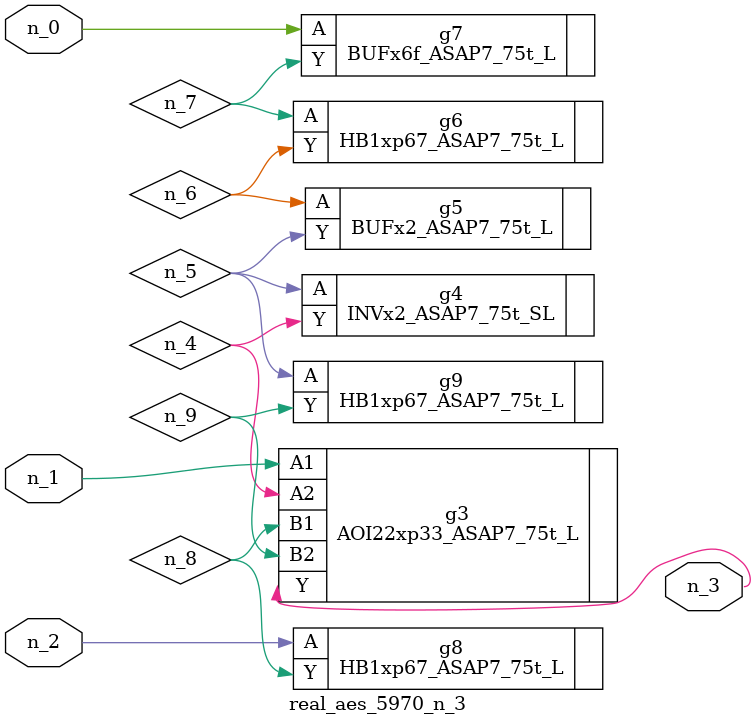
<source format=v>
module real_aes_5970_n_3 (n_0, n_2, n_1, n_3);
input n_0;
input n_2;
input n_1;
output n_3;
wire n_4;
wire n_5;
wire n_7;
wire n_8;
wire n_9;
wire n_6;
BUFx6f_ASAP7_75t_L g7 ( .A(n_0), .Y(n_7) );
AOI22xp33_ASAP7_75t_L g3 ( .A1(n_1), .A2(n_4), .B1(n_8), .B2(n_9), .Y(n_3) );
HB1xp67_ASAP7_75t_L g8 ( .A(n_2), .Y(n_8) );
INVx2_ASAP7_75t_SL g4 ( .A(n_5), .Y(n_4) );
HB1xp67_ASAP7_75t_L g9 ( .A(n_5), .Y(n_9) );
BUFx2_ASAP7_75t_L g5 ( .A(n_6), .Y(n_5) );
HB1xp67_ASAP7_75t_L g6 ( .A(n_7), .Y(n_6) );
endmodule
</source>
